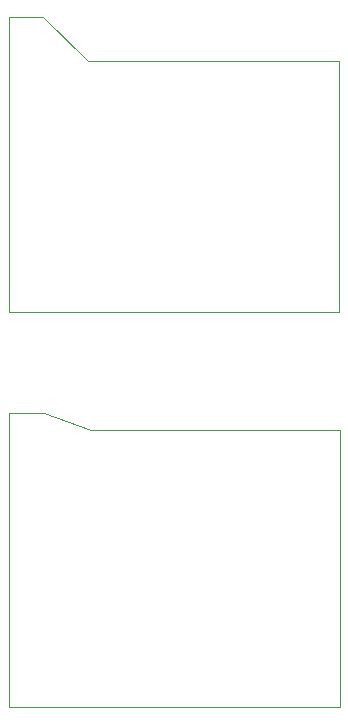
<source format=gbr>
%TF.GenerationSoftware,KiCad,Pcbnew,9.0.6-1.fc42*%
%TF.CreationDate,2025-11-24T11:52:54-08:00*%
%TF.ProjectId,MainBoard,4d61696e-426f-4617-9264-2e6b69636164,rev?*%
%TF.SameCoordinates,Original*%
%TF.FileFunction,Profile,NP*%
%FSLAX46Y46*%
G04 Gerber Fmt 4.6, Leading zero omitted, Abs format (unit mm)*
G04 Created by KiCad (PCBNEW 9.0.6-1.fc42) date 2025-11-24 11:52:54*
%MOMM*%
%LPD*%
G01*
G04 APERTURE LIST*
%TA.AperFunction,Profile*%
%ADD10C,0.050000*%
%TD*%
G04 APERTURE END LIST*
D10*
X69500000Y-86250000D02*
X90525000Y-86250000D01*
X90528737Y-109725000D01*
X62526800Y-109725000D01*
X62526800Y-84756000D01*
X65478271Y-84756000D01*
X69500000Y-86250000D01*
X69181847Y-54993000D02*
X90500000Y-54993000D01*
X90501937Y-76275000D01*
X62500000Y-76275000D01*
X62500000Y-51281000D01*
X65426177Y-51281000D01*
X69181847Y-54993000D01*
M02*

</source>
